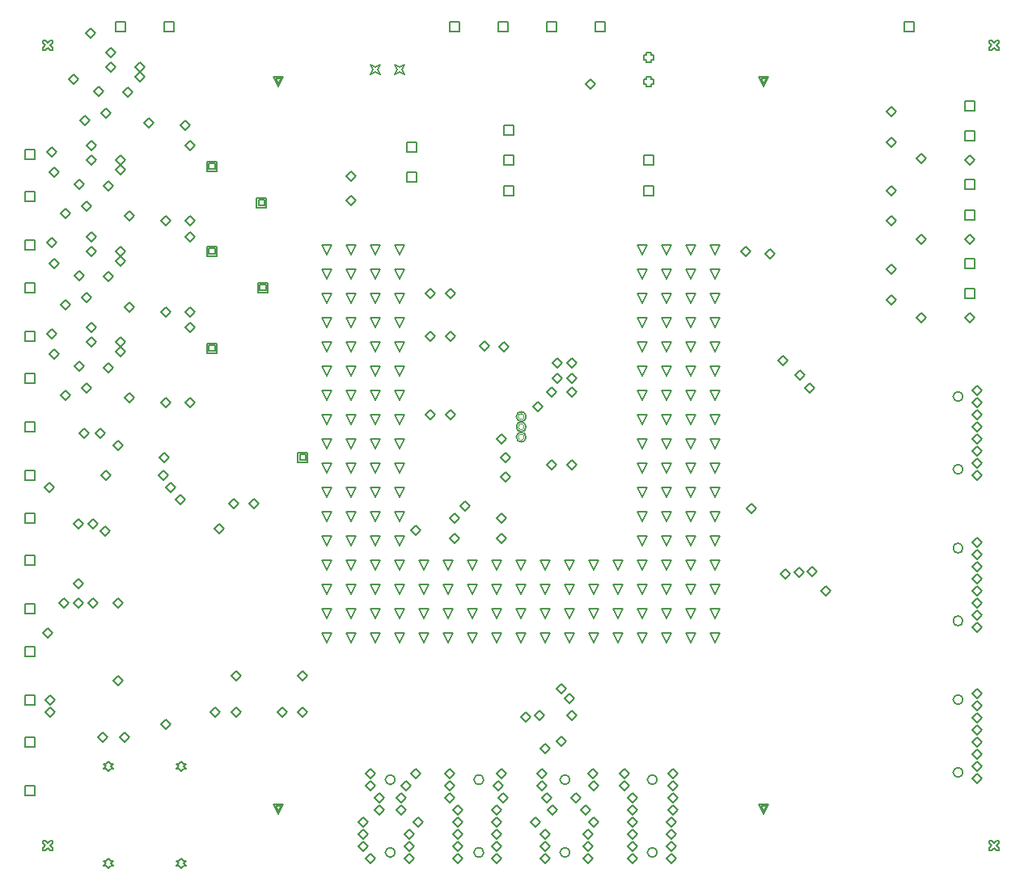
<source format=gbr>
%TF.GenerationSoftware,Altium Limited,Altium Designer,19.1.7 (138)*%
G04 Layer_Color=2752767*
%FSLAX26Y26*%
%MOIN*%
%TF.FileFunction,Drawing*%
%TF.Part,Single*%
G01*
G75*
%TA.AperFunction,NonConductor*%
%ADD94C,0.005000*%
%ADD95C,0.006667*%
%ADD96C,0.004000*%
D94*
X1055000Y2105000D02*
Y2145000D01*
X1095000D01*
Y2105000D01*
X1055000D01*
Y1930000D02*
Y1970000D01*
X1095000D01*
Y1930000D01*
X1055000D01*
Y2305000D02*
Y2345000D01*
X1095000D01*
Y2305000D01*
X1055000D01*
X4930000Y3530000D02*
Y3570000D01*
X4970000D01*
Y3530000D01*
X4930000D01*
X2300000Y1985000D02*
X2280000Y2025000D01*
X2320000D01*
X2300000Y1985000D01*
X2500000D02*
X2480000Y2025000D01*
X2520000D01*
X2500000Y1985000D01*
X2400000Y2085000D02*
X2380000Y2125000D01*
X2420000D01*
X2400000Y2085000D01*
Y1985000D02*
X2380000Y2025000D01*
X2420000D01*
X2400000Y1985000D01*
X2300000Y2085000D02*
X2280000Y2125000D01*
X2320000D01*
X2300000Y2085000D01*
Y2185000D02*
X2280000Y2225000D01*
X2320000D01*
X2300000Y2185000D01*
X2400000D02*
X2380000Y2225000D01*
X2420000D01*
X2400000Y2185000D01*
Y2285000D02*
X2380000Y2325000D01*
X2420000D01*
X2400000Y2285000D01*
X2500000D02*
X2480000Y2325000D01*
X2520000D01*
X2500000Y2285000D01*
X2300000Y2385000D02*
X2280000Y2425000D01*
X2320000D01*
X2300000Y2385000D01*
Y2485000D02*
X2280000Y2525000D01*
X2320000D01*
X2300000Y2485000D01*
Y2285000D02*
X2280000Y2325000D01*
X2320000D01*
X2300000Y2285000D01*
X2400000Y2485000D02*
X2380000Y2525000D01*
X2420000D01*
X2400000Y2485000D01*
Y2385000D02*
X2380000Y2425000D01*
X2420000D01*
X2400000Y2385000D01*
X2600000Y1985000D02*
X2580000Y2025000D01*
X2620000D01*
X2600000Y1985000D01*
Y2085000D02*
X2580000Y2125000D01*
X2620000D01*
X2600000Y2085000D01*
X2700000Y1985000D02*
X2680000Y2025000D01*
X2720000D01*
X2700000Y1985000D01*
X3000000D02*
X2980000Y2025000D01*
X3020000D01*
X3000000Y1985000D01*
X2800000D02*
X2780000Y2025000D01*
X2820000D01*
X2800000Y1985000D01*
X2900000D02*
X2880000Y2025000D01*
X2920000D01*
X2900000Y1985000D01*
X2500000Y2085000D02*
X2480000Y2125000D01*
X2520000D01*
X2500000Y2085000D01*
Y2185000D02*
X2480000Y2225000D01*
X2520000D01*
X2500000Y2185000D01*
X2700000Y2085000D02*
X2680000Y2125000D01*
X2720000D01*
X2700000Y2085000D01*
X2600000Y2185000D02*
X2580000Y2225000D01*
X2620000D01*
X2600000Y2185000D01*
X2700000D02*
X2680000Y2225000D01*
X2720000D01*
X2700000Y2185000D01*
X2500000Y2385000D02*
X2480000Y2425000D01*
X2520000D01*
X2500000Y2385000D01*
Y2485000D02*
X2480000Y2525000D01*
X2520000D01*
X2500000Y2485000D01*
X2600000Y2285000D02*
X2580000Y2325000D01*
X2620000D01*
X2600000Y2285000D01*
Y2485000D02*
X2580000Y2525000D01*
X2620000D01*
X2600000Y2485000D01*
Y2385000D02*
X2580000Y2425000D01*
X2620000D01*
X2600000Y2385000D01*
X2800000Y2085000D02*
X2780000Y2125000D01*
X2820000D01*
X2800000Y2085000D01*
Y2185000D02*
X2780000Y2225000D01*
X2820000D01*
X2800000Y2185000D01*
X2900000Y2085000D02*
X2880000Y2125000D01*
X2920000D01*
X2900000Y2085000D01*
Y2185000D02*
X2880000Y2225000D01*
X2920000D01*
X2900000Y2185000D01*
X3000000Y2085000D02*
X2980000Y2125000D01*
X3020000D01*
X3000000Y2085000D01*
X2800000Y2285000D02*
X2780000Y2325000D01*
X2820000D01*
X2800000Y2285000D01*
X2700000D02*
X2680000Y2325000D01*
X2720000D01*
X2700000Y2285000D01*
X3000000Y2185000D02*
X2980000Y2225000D01*
X3020000D01*
X3000000Y2185000D01*
X2900000Y2285000D02*
X2880000Y2325000D01*
X2920000D01*
X2900000Y2285000D01*
X3000000D02*
X2980000Y2325000D01*
X3020000D01*
X3000000Y2285000D01*
X2300000Y2585000D02*
X2280000Y2625000D01*
X2320000D01*
X2300000Y2585000D01*
Y2785000D02*
X2280000Y2825000D01*
X2320000D01*
X2300000Y2785000D01*
Y2685000D02*
X2280000Y2725000D01*
X2320000D01*
X2300000Y2685000D01*
Y2885000D02*
X2280000Y2925000D01*
X2320000D01*
X2300000Y2885000D01*
Y3085000D02*
X2280000Y3125000D01*
X2320000D01*
X2300000Y3085000D01*
Y2985000D02*
X2280000Y3025000D01*
X2320000D01*
X2300000Y2985000D01*
Y3485000D02*
X2280000Y3525000D01*
X2320000D01*
X2300000Y3485000D01*
Y3585000D02*
X2280000Y3625000D01*
X2320000D01*
X2300000Y3585000D01*
Y3185000D02*
X2280000Y3225000D01*
X2320000D01*
X2300000Y3185000D01*
Y3385000D02*
X2280000Y3425000D01*
X2320000D01*
X2300000Y3385000D01*
Y3285000D02*
X2280000Y3325000D01*
X2320000D01*
X2300000Y3285000D01*
X2400000Y2585000D02*
X2380000Y2625000D01*
X2420000D01*
X2400000Y2585000D01*
Y2685000D02*
X2380000Y2725000D01*
X2420000D01*
X2400000Y2685000D01*
X2500000Y2585000D02*
X2480000Y2625000D01*
X2520000D01*
X2500000Y2585000D01*
Y2685000D02*
X2480000Y2725000D01*
X2520000D01*
X2500000Y2685000D01*
X2400000Y2785000D02*
X2380000Y2825000D01*
X2420000D01*
X2400000Y2785000D01*
Y2885000D02*
X2380000Y2925000D01*
X2420000D01*
X2400000Y2885000D01*
X2500000Y2785000D02*
X2480000Y2825000D01*
X2520000D01*
X2500000Y2785000D01*
X2400000Y3085000D02*
X2380000Y3125000D01*
X2420000D01*
X2400000Y3085000D01*
Y2985000D02*
X2380000Y3025000D01*
X2420000D01*
X2400000Y2985000D01*
X2600000Y2685000D02*
X2580000Y2725000D01*
X2620000D01*
X2600000Y2685000D01*
X2500000Y2885000D02*
X2480000Y2925000D01*
X2520000D01*
X2500000Y2885000D01*
X2600000Y2585000D02*
X2580000Y2625000D01*
X2620000D01*
X2600000Y2585000D01*
Y2885000D02*
X2580000Y2925000D01*
X2620000D01*
X2600000Y2885000D01*
Y2785000D02*
X2580000Y2825000D01*
X2620000D01*
X2600000Y2785000D01*
X2500000Y2985000D02*
X2480000Y3025000D01*
X2520000D01*
X2500000Y2985000D01*
Y3085000D02*
X2480000Y3125000D01*
X2520000D01*
X2500000Y3085000D01*
X2600000Y2985000D02*
X2580000Y3025000D01*
X2620000D01*
X2600000Y2985000D01*
X2500000Y3185000D02*
X2480000Y3225000D01*
X2520000D01*
X2500000Y3185000D01*
X2600000Y3085000D02*
X2580000Y3125000D01*
X2620000D01*
X2600000Y3085000D01*
X2400000Y3285000D02*
X2380000Y3325000D01*
X2420000D01*
X2400000Y3285000D01*
Y3385000D02*
X2380000Y3425000D01*
X2420000D01*
X2400000Y3385000D01*
Y3185000D02*
X2380000Y3225000D01*
X2420000D01*
X2400000Y3185000D01*
X2500000Y3485000D02*
X2480000Y3525000D01*
X2520000D01*
X2500000Y3485000D01*
Y3285000D02*
X2480000Y3325000D01*
X2520000D01*
X2500000Y3285000D01*
X2400000Y3485000D02*
X2380000Y3525000D01*
X2420000D01*
X2400000Y3485000D01*
Y3585000D02*
X2380000Y3625000D01*
X2420000D01*
X2400000Y3585000D01*
X2500000D02*
X2480000Y3625000D01*
X2520000D01*
X2500000Y3585000D01*
X2600000Y3285000D02*
X2580000Y3325000D01*
X2620000D01*
X2600000Y3285000D01*
X2500000Y3385000D02*
X2480000Y3425000D01*
X2520000D01*
X2500000Y3385000D01*
X2600000Y3185000D02*
X2580000Y3225000D01*
X2620000D01*
X2600000Y3185000D01*
Y3485000D02*
X2580000Y3525000D01*
X2620000D01*
X2600000Y3485000D01*
Y3385000D02*
X2580000Y3425000D01*
X2620000D01*
X2600000Y3385000D01*
Y3585000D02*
X2580000Y3625000D01*
X2620000D01*
X2600000Y3585000D01*
X3200000Y1985000D02*
X3180000Y2025000D01*
X3220000D01*
X3200000Y1985000D01*
X3100000D02*
X3080000Y2025000D01*
X3120000D01*
X3100000Y1985000D01*
X3300000Y2085000D02*
X3280000Y2125000D01*
X3320000D01*
X3300000Y2085000D01*
Y1985000D02*
X3280000Y2025000D01*
X3320000D01*
X3300000Y1985000D01*
X3400000D02*
X3380000Y2025000D01*
X3420000D01*
X3400000Y1985000D01*
X3500000D02*
X3480000Y2025000D01*
X3520000D01*
X3500000Y1985000D01*
X3600000D02*
X3580000Y2025000D01*
X3620000D01*
X3600000Y1985000D01*
X3100000Y2085000D02*
X3080000Y2125000D01*
X3120000D01*
X3100000Y2085000D01*
Y2185000D02*
X3080000Y2225000D01*
X3120000D01*
X3100000Y2185000D01*
X3200000Y2085000D02*
X3180000Y2125000D01*
X3220000D01*
X3200000Y2085000D01*
Y2185000D02*
X3180000Y2225000D01*
X3220000D01*
X3200000Y2185000D01*
Y2285000D02*
X3180000Y2325000D01*
X3220000D01*
X3200000Y2285000D01*
X3100000D02*
X3080000Y2325000D01*
X3120000D01*
X3100000Y2285000D01*
X3300000Y2185000D02*
X3280000Y2225000D01*
X3320000D01*
X3300000Y2185000D01*
Y2285000D02*
X3280000Y2325000D01*
X3320000D01*
X3300000Y2285000D01*
X3400000D02*
X3380000Y2325000D01*
X3420000D01*
X3400000Y2285000D01*
Y2085000D02*
X3380000Y2125000D01*
X3420000D01*
X3400000Y2085000D01*
Y2185000D02*
X3380000Y2225000D01*
X3420000D01*
X3400000Y2185000D01*
X3500000Y2085000D02*
X3480000Y2125000D01*
X3520000D01*
X3500000Y2085000D01*
Y2185000D02*
X3480000Y2225000D01*
X3520000D01*
X3500000Y2185000D01*
X3600000Y2085000D02*
X3580000Y2125000D01*
X3620000D01*
X3600000Y2085000D01*
Y2285000D02*
X3580000Y2325000D01*
X3620000D01*
X3600000Y2285000D01*
X3500000D02*
X3480000Y2325000D01*
X3520000D01*
X3500000Y2285000D01*
X3600000Y2185000D02*
X3580000Y2225000D01*
X3620000D01*
X3600000Y2185000D01*
Y2485000D02*
X3580000Y2525000D01*
X3620000D01*
X3600000Y2485000D01*
Y2385000D02*
X3580000Y2425000D01*
X3620000D01*
X3600000Y2385000D01*
X3700000Y1985000D02*
X3680000Y2025000D01*
X3720000D01*
X3700000Y1985000D01*
Y2085000D02*
X3680000Y2125000D01*
X3720000D01*
X3700000Y2085000D01*
X3800000D02*
X3780000Y2125000D01*
X3820000D01*
X3800000Y2085000D01*
Y1985000D02*
X3780000Y2025000D01*
X3820000D01*
X3800000Y1985000D01*
X3900000D02*
X3880000Y2025000D01*
X3920000D01*
X3900000Y1985000D01*
X3700000Y2185000D02*
X3680000Y2225000D01*
X3720000D01*
X3700000Y2185000D01*
Y2285000D02*
X3680000Y2325000D01*
X3720000D01*
X3700000Y2285000D01*
X3800000Y2185000D02*
X3780000Y2225000D01*
X3820000D01*
X3800000Y2185000D01*
Y2285000D02*
X3780000Y2325000D01*
X3820000D01*
X3800000Y2285000D01*
X3900000Y2185000D02*
X3880000Y2225000D01*
X3920000D01*
X3900000Y2185000D01*
X3700000Y2385000D02*
X3680000Y2425000D01*
X3720000D01*
X3700000Y2385000D01*
Y2485000D02*
X3680000Y2525000D01*
X3720000D01*
X3700000Y2485000D01*
X3900000Y2285000D02*
X3880000Y2325000D01*
X3920000D01*
X3900000Y2285000D01*
X3800000Y2485000D02*
X3780000Y2525000D01*
X3820000D01*
X3800000Y2485000D01*
Y2385000D02*
X3780000Y2425000D01*
X3820000D01*
X3800000Y2385000D01*
X3900000Y2085000D02*
X3880000Y2125000D01*
X3920000D01*
X3900000Y2085000D01*
Y2385000D02*
X3880000Y2425000D01*
X3920000D01*
X3900000Y2385000D01*
X3600000Y2585000D02*
X3580000Y2625000D01*
X3620000D01*
X3600000Y2585000D01*
Y2685000D02*
X3580000Y2725000D01*
X3620000D01*
X3600000Y2685000D01*
X3700000D02*
X3680000Y2725000D01*
X3720000D01*
X3700000Y2685000D01*
Y2785000D02*
X3680000Y2825000D01*
X3720000D01*
X3700000Y2785000D01*
X3600000D02*
X3580000Y2825000D01*
X3620000D01*
X3600000Y2785000D01*
Y2885000D02*
X3580000Y2925000D01*
X3620000D01*
X3600000Y2885000D01*
X3700000D02*
X3680000Y2925000D01*
X3720000D01*
X3700000Y2885000D01*
X3600000Y3085000D02*
X3580000Y3125000D01*
X3620000D01*
X3600000Y3085000D01*
Y2985000D02*
X3580000Y3025000D01*
X3620000D01*
X3600000Y2985000D01*
X3800000Y2585000D02*
X3780000Y2625000D01*
X3820000D01*
X3800000Y2585000D01*
X3700000D02*
X3680000Y2625000D01*
X3720000D01*
X3700000Y2585000D01*
X3800000Y2685000D02*
X3780000Y2725000D01*
X3820000D01*
X3800000Y2685000D01*
Y2885000D02*
X3780000Y2925000D01*
X3820000D01*
X3800000Y2885000D01*
Y2785000D02*
X3780000Y2825000D01*
X3820000D01*
X3800000Y2785000D01*
X3700000Y2985000D02*
X3680000Y3025000D01*
X3720000D01*
X3700000Y2985000D01*
Y3085000D02*
X3680000Y3125000D01*
X3720000D01*
X3700000Y3085000D01*
X3800000Y2985000D02*
X3780000Y3025000D01*
X3820000D01*
X3800000Y2985000D01*
Y3185000D02*
X3780000Y3225000D01*
X3820000D01*
X3800000Y3185000D01*
Y3085000D02*
X3780000Y3125000D01*
X3820000D01*
X3800000Y3085000D01*
X3600000Y3185000D02*
X3580000Y3225000D01*
X3620000D01*
X3600000Y3185000D01*
Y3285000D02*
X3580000Y3325000D01*
X3620000D01*
X3600000Y3285000D01*
X3700000Y3385000D02*
X3680000Y3425000D01*
X3720000D01*
X3700000Y3385000D01*
X3600000D02*
X3580000Y3425000D01*
X3620000D01*
X3600000Y3385000D01*
Y3585000D02*
X3580000Y3625000D01*
X3620000D01*
X3600000Y3585000D01*
Y3485000D02*
X3580000Y3525000D01*
X3620000D01*
X3600000Y3485000D01*
X3700000Y3185000D02*
X3680000Y3225000D01*
X3720000D01*
X3700000Y3185000D01*
Y3285000D02*
X3680000Y3325000D01*
X3720000D01*
X3700000Y3285000D01*
X3800000D02*
X3780000Y3325000D01*
X3820000D01*
X3800000Y3285000D01*
X3700000Y3485000D02*
X3680000Y3525000D01*
X3720000D01*
X3700000Y3485000D01*
X3800000Y3385000D02*
X3780000Y3425000D01*
X3820000D01*
X3800000Y3385000D01*
X3700000Y3585000D02*
X3680000Y3625000D01*
X3720000D01*
X3700000Y3585000D01*
X3800000Y3485000D02*
X3780000Y3525000D01*
X3820000D01*
X3800000Y3485000D01*
Y3585000D02*
X3780000Y3625000D01*
X3820000D01*
X3800000Y3585000D01*
X3900000Y2485000D02*
X3880000Y2525000D01*
X3920000D01*
X3900000Y2485000D01*
Y2585000D02*
X3880000Y2625000D01*
X3920000D01*
X3900000Y2585000D01*
Y2685000D02*
X3880000Y2725000D01*
X3920000D01*
X3900000Y2685000D01*
Y2785000D02*
X3880000Y2825000D01*
X3920000D01*
X3900000Y2785000D01*
Y2985000D02*
X3880000Y3025000D01*
X3920000D01*
X3900000Y2985000D01*
Y2885000D02*
X3880000Y2925000D01*
X3920000D01*
X3900000Y2885000D01*
Y3085000D02*
X3880000Y3125000D01*
X3920000D01*
X3900000Y3085000D01*
Y3185000D02*
X3880000Y3225000D01*
X3920000D01*
X3900000Y3185000D01*
Y3385000D02*
X3880000Y3425000D01*
X3920000D01*
X3900000Y3385000D01*
Y3285000D02*
X3880000Y3325000D01*
X3920000D01*
X3900000Y3285000D01*
Y3485000D02*
X3880000Y3525000D01*
X3920000D01*
X3900000Y3485000D01*
Y3585000D02*
X3880000Y3625000D01*
X3920000D01*
X3900000Y3585000D01*
X1400000Y1455000D02*
X1410000Y1465000D01*
X1420000D01*
X1410000Y1475000D01*
X1420000Y1485000D01*
X1410000D01*
X1400000Y1495000D01*
X1390000Y1485000D01*
X1380000D01*
X1390000Y1475000D01*
X1380000Y1465000D01*
X1390000D01*
X1400000Y1455000D01*
Y1055000D02*
X1410000Y1065000D01*
X1420000D01*
X1410000Y1075000D01*
X1420000Y1085000D01*
X1410000D01*
X1400000Y1095000D01*
X1390000Y1085000D01*
X1380000D01*
X1390000Y1075000D01*
X1380000Y1065000D01*
X1390000D01*
X1400000Y1055000D01*
X1700000D02*
X1710000Y1065000D01*
X1720000D01*
X1710000Y1075000D01*
X1720000Y1085000D01*
X1710000D01*
X1700000Y1095000D01*
X1690000Y1085000D01*
X1680000D01*
X1690000Y1075000D01*
X1680000Y1065000D01*
X1690000D01*
X1700000Y1055000D01*
Y1455000D02*
X1710000Y1465000D01*
X1720000D01*
X1710000Y1475000D01*
X1720000Y1485000D01*
X1710000D01*
X1700000Y1495000D01*
X1690000Y1485000D01*
X1680000D01*
X1690000Y1475000D01*
X1680000Y1465000D01*
X1690000D01*
X1700000Y1455000D01*
X1055000Y3805000D02*
Y3845000D01*
X1095000D01*
Y3805000D01*
X1055000D01*
Y3980000D02*
Y4020000D01*
X1095000D01*
Y3980000D01*
X1055000D01*
Y3430000D02*
Y3470000D01*
X1095000D01*
Y3430000D01*
X1055000D01*
Y3605000D02*
Y3645000D01*
X1095000D01*
Y3605000D01*
X1055000D01*
Y3055000D02*
Y3095000D01*
X1095000D01*
Y3055000D01*
X1055000D01*
Y3230000D02*
Y3270000D01*
X1095000D01*
Y3230000D01*
X1055000D01*
X3405000Y4505000D02*
Y4545000D01*
X3445000D01*
Y4505000D01*
X3405000D01*
X2480000Y4330000D02*
X2490000Y4350000D01*
X2480000Y4370000D01*
X2500000Y4360000D01*
X2520000Y4370000D01*
X2510000Y4350000D01*
X2520000Y4330000D01*
X2500000Y4340000D01*
X2480000Y4330000D01*
X2580000D02*
X2590000Y4350000D01*
X2580000Y4370000D01*
X2600000Y4360000D01*
X2620000Y4370000D01*
X2610000Y4350000D01*
X2620000Y4330000D01*
X2600000Y4340000D01*
X2580000Y4330000D01*
X3615000Y4390000D02*
Y4380000D01*
X3635000D01*
Y4390000D01*
X3645000D01*
Y4410000D01*
X3635000D01*
Y4420000D01*
X3615000D01*
Y4410000D01*
X3605000D01*
Y4390000D01*
X3615000D01*
Y4290000D02*
Y4280000D01*
X3635000D01*
Y4290000D01*
X3645000D01*
Y4310000D01*
X3635000D01*
Y4320000D01*
X3615000D01*
Y4310000D01*
X3605000D01*
Y4290000D01*
X3615000D01*
X1055000Y2480000D02*
Y2520000D01*
X1095000D01*
Y2480000D01*
X1055000D01*
X1430000Y4505000D02*
Y4545000D01*
X1470000D01*
Y4505000D01*
X1430000D01*
X1055000Y1730000D02*
Y1770000D01*
X1095000D01*
Y1730000D01*
X1055000D01*
Y1355000D02*
Y1395000D01*
X1095000D01*
Y1355000D01*
X1055000D01*
Y1555000D02*
Y1595000D01*
X1095000D01*
Y1555000D01*
X1055000D01*
X4930000Y3730000D02*
Y3770000D01*
X4970000D01*
Y3730000D01*
X4930000D01*
Y3855000D02*
Y3895000D01*
X4970000D01*
Y3855000D01*
X4930000D01*
Y4055000D02*
Y4095000D01*
X4970000D01*
Y4055000D01*
X4930000D01*
Y4180000D02*
Y4220000D01*
X4970000D01*
Y4180000D01*
X4930000D01*
Y3405000D02*
Y3445000D01*
X4970000D01*
Y3405000D01*
X4930000D01*
X1055000Y2855000D02*
Y2895000D01*
X1095000D01*
Y2855000D01*
X1055000D01*
Y2655000D02*
Y2695000D01*
X1095000D01*
Y2655000D01*
X1055000D01*
X2805000Y4505000D02*
Y4545000D01*
X2845000D01*
Y4505000D01*
X2805000D01*
X3005000D02*
Y4545000D01*
X3045000D01*
Y4505000D01*
X3005000D01*
X3205000D02*
Y4545000D01*
X3245000D01*
Y4505000D01*
X3205000D01*
X1630000D02*
Y4545000D01*
X1670000D01*
Y4505000D01*
X1630000D01*
X4680000D02*
Y4545000D01*
X4720000D01*
Y4505000D01*
X4680000D01*
X3605000Y3955000D02*
Y3995000D01*
X3645000D01*
Y3955000D01*
X3605000D01*
Y3830000D02*
Y3870000D01*
X3645000D01*
Y3830000D01*
X3605000D01*
X3030000D02*
Y3870000D01*
X3070000D01*
Y3830000D01*
X3030000D01*
Y3955000D02*
Y3995000D01*
X3070000D01*
Y3955000D01*
X3030000D01*
Y4080000D02*
Y4120000D01*
X3070000D01*
Y4080000D01*
X3030000D01*
X2630000Y3884921D02*
Y3924921D01*
X2670000D01*
Y3884921D01*
X2630000D01*
Y4009921D02*
Y4049921D01*
X2670000D01*
Y4009921D01*
X2630000D01*
X1130000Y1130000D02*
X1140000D01*
X1150000Y1140000D01*
X1160000Y1130000D01*
X1170000D01*
Y1140000D01*
X1160000Y1150000D01*
X1170000Y1160000D01*
Y1170000D01*
X1160000D01*
X1150000Y1160000D01*
X1140000Y1170000D01*
X1130000D01*
Y1160000D01*
X1140000Y1150000D01*
X1130000Y1140000D01*
Y1130000D01*
Y4430000D02*
X1140000D01*
X1150000Y4440000D01*
X1160000Y4430000D01*
X1170000D01*
Y4440000D01*
X1160000Y4450000D01*
X1170000Y4460000D01*
Y4470000D01*
X1160000D01*
X1150000Y4460000D01*
X1140000Y4470000D01*
X1130000D01*
Y4460000D01*
X1140000Y4450000D01*
X1130000Y4440000D01*
Y4430000D01*
X5030000Y1130000D02*
X5040000D01*
X5050000Y1140000D01*
X5060000Y1130000D01*
X5070000D01*
Y1140000D01*
X5060000Y1150000D01*
X5070000Y1160000D01*
Y1170000D01*
X5060000D01*
X5050000Y1160000D01*
X5040000Y1170000D01*
X5030000D01*
Y1160000D01*
X5040000Y1150000D01*
X5030000Y1140000D01*
Y1130000D01*
Y4430000D02*
X5040000D01*
X5050000Y4440000D01*
X5060000Y4430000D01*
X5070000D01*
Y4440000D01*
X5060000Y4450000D01*
X5070000Y4460000D01*
Y4470000D01*
X5060000D01*
X5050000Y4460000D01*
X5040000Y4470000D01*
X5030000D01*
Y4460000D01*
X5040000Y4450000D01*
X5030000Y4440000D01*
Y4430000D01*
X1610000Y2750000D02*
X1630000Y2770000D01*
X1650000Y2750000D01*
X1630000Y2730000D01*
X1610000Y2750000D01*
X2930000Y3210000D02*
X2950000Y3230000D01*
X2970000Y3210000D01*
X2950000Y3190000D01*
X2930000Y3210000D01*
X1130000Y2025000D02*
X1150000Y2045000D01*
X1170000Y2025000D01*
X1150000Y2005000D01*
X1130000Y2025000D01*
X1370000Y2675000D02*
X1390000Y2695000D01*
X1410000Y2675000D01*
X1390000Y2655000D01*
X1370000Y2675000D01*
X1135000Y2625000D02*
X1155000Y2645000D01*
X1175000Y2625000D01*
X1155000Y2605000D01*
X1135000Y2625000D01*
X3378074Y1245574D02*
X3398074Y1265574D01*
X3418074Y1245574D01*
X3398074Y1225574D01*
X3378074Y1245574D01*
X3345000Y1295000D02*
X3365000Y1315000D01*
X3385000Y1295000D01*
X3365000Y1275000D01*
X3345000Y1295000D01*
X2460000Y1395000D02*
X2480000Y1415000D01*
X2500000Y1395000D01*
X2480000Y1375000D01*
X2460000Y1395000D01*
Y1445000D02*
X2480000Y1465000D01*
X2500000Y1445000D01*
X2480000Y1425000D01*
X2460000Y1445000D01*
X2645000D02*
X2665000Y1465000D01*
X2685000Y1445000D01*
X2665000Y1425000D01*
X2645000Y1445000D01*
X3505000Y1395000D02*
X3525000Y1415000D01*
X3545000Y1395000D01*
X3525000Y1375000D01*
X3505000Y1395000D01*
Y1445000D02*
X3525000Y1465000D01*
X3545000Y1445000D01*
X3525000Y1425000D01*
X3505000Y1445000D01*
X3185000Y1345000D02*
X3205000Y1365000D01*
X3225000Y1345000D01*
X3205000Y1325000D01*
X3185000Y1345000D01*
X3180000Y1550000D02*
X3200000Y1570000D01*
X3220000Y1550000D01*
X3200000Y1530000D01*
X3180000Y1550000D01*
X3165000Y1395000D02*
X3185000Y1415000D01*
X3205000Y1395000D01*
X3185000Y1375000D01*
X3165000Y1395000D01*
Y1445000D02*
X3185000Y1465000D01*
X3205000Y1445000D01*
X3185000Y1425000D01*
X3165000Y1445000D01*
X2460000Y1095000D02*
X2480000Y1115000D01*
X2500000Y1095000D01*
X2480000Y1075000D01*
X2460000Y1095000D01*
X2785000Y1345000D02*
X2805000Y1365000D01*
X2825000Y1345000D01*
X2805000Y1325000D01*
X2785000Y1345000D01*
Y1395000D02*
X2805000Y1415000D01*
X2825000Y1395000D01*
X2805000Y1375000D01*
X2785000Y1395000D01*
Y1445000D02*
X2805000Y1465000D01*
X2825000Y1445000D01*
X2805000Y1425000D01*
X2785000Y1445000D01*
X3180000Y1195000D02*
X3200000Y1215000D01*
X3220000Y1195000D01*
X3200000Y1175000D01*
X3180000Y1195000D01*
Y1145000D02*
X3200000Y1165000D01*
X3220000Y1145000D01*
X3200000Y1125000D01*
X3180000Y1145000D01*
Y1095000D02*
X3200000Y1115000D01*
X3220000Y1095000D01*
X3200000Y1075000D01*
X3180000Y1095000D01*
X4960118Y3025000D02*
X4980118Y3045000D01*
X5000118Y3025000D01*
X4980118Y3005000D01*
X4960118Y3025000D01*
Y2975000D02*
X4980118Y2995000D01*
X5000118Y2975000D01*
X4980118Y2955000D01*
X4960118Y2975000D01*
Y2925000D02*
X4980118Y2945000D01*
X5000118Y2925000D01*
X4980118Y2905000D01*
X4960118Y2925000D01*
Y2875000D02*
X4980118Y2895000D01*
X5000118Y2875000D01*
X4980118Y2855000D01*
X4960118Y2875000D01*
Y2825000D02*
X4980118Y2845000D01*
X5000118Y2825000D01*
X4980118Y2805000D01*
X4960118Y2825000D01*
Y2775000D02*
X4980118Y2795000D01*
X5000118Y2775000D01*
X4980118Y2755000D01*
X4960118Y2775000D01*
Y2725000D02*
X4980118Y2745000D01*
X5000118Y2725000D01*
X4980118Y2705000D01*
X4960118Y2725000D01*
Y2675000D02*
X4980118Y2695000D01*
X5000118Y2675000D01*
X4980118Y2655000D01*
X4960118Y2675000D01*
X1280000Y2850000D02*
X1300000Y2870000D01*
X1320000Y2850000D01*
X1300000Y2830000D01*
X1280000Y2850000D01*
X2180000Y2730000D02*
Y2770000D01*
X2220000D01*
Y2730000D01*
X2180000D01*
X2188000Y2738000D02*
Y2762000D01*
X2212000D01*
Y2738000D01*
X2188000D01*
X1445000Y1595000D02*
X1465000Y1615000D01*
X1485000Y1595000D01*
X1465000Y1575000D01*
X1445000Y1595000D01*
X1805000Y3930000D02*
Y3970000D01*
X1845000D01*
Y3930000D01*
X1805000D01*
X1813000Y3938000D02*
Y3962000D01*
X1837000D01*
Y3938000D01*
X1813000D01*
X1805000Y3580000D02*
Y3620000D01*
X1845000D01*
Y3580000D01*
X1805000D01*
X1813000Y3588000D02*
Y3612000D01*
X1837000D01*
Y3588000D01*
X1813000D01*
X1805000Y3180000D02*
Y3220000D01*
X1845000D01*
Y3180000D01*
X1805000D01*
X1813000Y3188000D02*
Y3212000D01*
X1837000D01*
Y3188000D01*
X1813000D01*
X2585118Y1295000D02*
X2605118Y1315000D01*
X2625118Y1295000D01*
X2605118Y1275000D01*
X2585118Y1295000D01*
X2430118Y1245000D02*
X2450118Y1265000D01*
X2470118Y1245000D01*
X2450118Y1225000D01*
X2430118Y1245000D01*
Y1195000D02*
X2450118Y1215000D01*
X2470118Y1195000D01*
X2450118Y1175000D01*
X2430118Y1195000D01*
X2495118Y1345000D02*
X2515118Y1365000D01*
X2535118Y1345000D01*
X2515118Y1325000D01*
X2495118Y1345000D01*
Y1295000D02*
X2515118Y1315000D01*
X2535118Y1295000D01*
X2515118Y1275000D01*
X2495118Y1295000D01*
X2585118Y1345000D02*
X2605118Y1365000D01*
X2625118Y1345000D01*
X2605118Y1325000D01*
X2585118Y1345000D01*
X2605118Y1395000D02*
X2625118Y1415000D01*
X2645118Y1395000D01*
X2625118Y1375000D01*
X2605118Y1395000D01*
X1305000Y4500000D02*
X1325000Y4520000D01*
X1345000Y4500000D01*
X1325000Y4480000D01*
X1305000Y4500000D01*
X1390000Y4420000D02*
X1410000Y4440000D01*
X1430000Y4420000D01*
X1410000Y4400000D01*
X1390000Y4420000D01*
X3290000Y3140000D02*
X3310000Y3160000D01*
X3330000Y3140000D01*
X3310000Y3120000D01*
X3290000Y3140000D01*
X3230000D02*
X3250000Y3160000D01*
X3270000Y3140000D01*
X3250000Y3120000D01*
X3230000Y3140000D01*
X3290000Y3075000D02*
X3310000Y3095000D01*
X3330000Y3075000D01*
X3310000Y3055000D01*
X3290000Y3075000D01*
X3230000D02*
X3250000Y3095000D01*
X3270000Y3075000D01*
X3250000Y3055000D01*
X3230000Y3075000D01*
X1835000Y2455000D02*
X1855000Y2475000D01*
X1875000Y2455000D01*
X1855000Y2435000D01*
X1835000Y2455000D01*
X1345000Y2850000D02*
X1365000Y2870000D01*
X1385000Y2850000D01*
X1365000Y2830000D01*
X1345000Y2850000D01*
X1675000Y2575000D02*
X1695000Y2595000D01*
X1715000Y2575000D01*
X1695000Y2555000D01*
X1675000Y2575000D01*
X1635000Y2625000D02*
X1655000Y2645000D01*
X1675000Y2625000D01*
X1655000Y2605000D01*
X1635000Y2625000D01*
X1605000Y2675000D02*
X1625000Y2695000D01*
X1645000Y2675000D01*
X1625000Y2655000D01*
X1605000Y2675000D01*
X1255000Y2230000D02*
X1275000Y2250000D01*
X1295000Y2230000D01*
X1275000Y2210000D01*
X1255000Y2230000D01*
X1365000Y2445000D02*
X1385000Y2465000D01*
X1405000Y2445000D01*
X1385000Y2425000D01*
X1365000Y2445000D01*
X2645000Y2450000D02*
X2665000Y2470000D01*
X2685000Y2450000D01*
X2665000Y2430000D01*
X2645000Y2450000D01*
X2850000Y2550000D02*
X2870000Y2570000D01*
X2890000Y2550000D01*
X2870000Y2530000D01*
X2850000Y2550000D01*
X1905000Y1850000D02*
X1925000Y1870000D01*
X1945000Y1850000D01*
X1925000Y1830000D01*
X1905000Y1850000D01*
X2180000D02*
X2200000Y1870000D01*
X2220000Y1850000D01*
X2200000Y1830000D01*
X2180000Y1850000D01*
X3150000Y2960000D02*
X3170000Y2980000D01*
X3190000Y2960000D01*
X3170000Y2940000D01*
X3150000Y2960000D01*
X3000000Y2825000D02*
X3020000Y2845000D01*
X3040000Y2825000D01*
X3020000Y2805000D01*
X3000000Y2825000D01*
Y2500000D02*
X3020000Y2520000D01*
X3040000Y2500000D01*
X3020000Y2480000D01*
X3000000Y2500000D01*
X2805000Y2415000D02*
X2825000Y2435000D01*
X2845000Y2415000D01*
X2825000Y2395000D01*
X2805000Y2415000D01*
X3000000Y2415000D02*
X3020000Y2435000D01*
X3040000Y2415000D01*
X3020000Y2395000D01*
X3000000Y2415000D01*
X2805000Y2500000D02*
X2825000Y2520000D01*
X2845000Y2500000D01*
X2825000Y2480000D01*
X2805000Y2500000D01*
X3365000Y4290000D02*
X3385000Y4310000D01*
X3405000Y4290000D01*
X3385000Y4270000D01*
X3365000Y4290000D01*
X2015000Y3430000D02*
Y3470000D01*
X2055000D01*
Y3430000D01*
X2015000D01*
X2023000Y3438000D02*
Y3462000D01*
X2047000D01*
Y3438000D01*
X2023000D01*
X2010000Y3780000D02*
Y3820000D01*
X2050000D01*
Y3780000D01*
X2010000D01*
X2018000Y3788000D02*
Y3812000D01*
X2042000D01*
Y3788000D01*
X2018000D01*
X1420000Y1830000D02*
X1440000Y1850000D01*
X1460000Y1830000D01*
X1440000Y1810000D01*
X1420000Y1830000D01*
X1140000Y1700000D02*
X1160000Y1720000D01*
X1180000Y1700000D01*
X1160000Y1680000D01*
X1140000Y1700000D01*
X1355000Y1595000D02*
X1375000Y1615000D01*
X1395000Y1595000D01*
X1375000Y1575000D01*
X1355000Y1595000D01*
X1140000Y1750000D02*
X1160000Y1770000D01*
X1180000Y1750000D01*
X1160000Y1730000D01*
X1140000Y1750000D01*
X1615000Y1650000D02*
X1635000Y1670000D01*
X1655000Y1650000D01*
X1635000Y1630000D01*
X1615000Y1650000D01*
X1315000Y2150000D02*
X1335000Y2170000D01*
X1355000Y2150000D01*
X1335000Y2130000D01*
X1315000Y2150000D01*
Y2475000D02*
X1335000Y2495000D01*
X1355000Y2475000D01*
X1335000Y2455000D01*
X1315000Y2475000D01*
X1255000Y2475000D02*
X1275000Y2495000D01*
X1295000Y2475000D01*
X1275000Y2455000D01*
X1255000Y2475000D01*
X1255000Y2150000D02*
X1275000Y2170000D01*
X1295000Y2150000D01*
X1275000Y2130000D01*
X1255000Y2150000D01*
X1420000D02*
X1440000Y2170000D01*
X1460000Y2150000D01*
X1440000Y2130000D01*
X1420000Y2150000D01*
X1195000D02*
X1215000Y2170000D01*
X1235000Y2150000D01*
X1215000Y2130000D01*
X1195000Y2150000D01*
X1420000Y2800000D02*
X1440000Y2820000D01*
X1460000Y2800000D01*
X1440000Y2780000D01*
X1420000Y2800000D01*
X3210000Y1295000D02*
X3230000Y1315000D01*
X3250000Y1295000D01*
X3230000Y1275000D01*
X3210000Y1295000D01*
X3140000Y1245000D02*
X3160000Y1265000D01*
X3180000Y1245000D01*
X3160000Y1225000D01*
X3140000Y1245000D01*
X3375000Y1445000D02*
X3395000Y1465000D01*
X3415000Y1445000D01*
X3395000Y1425000D01*
X3375000Y1445000D01*
X3380000Y1395000D02*
X3400000Y1415000D01*
X3420000Y1395000D01*
X3400000Y1375000D01*
X3380000Y1395000D01*
X3245000Y1580000D02*
X3265000Y1600000D01*
X3285000Y1580000D01*
X3265000Y1560000D01*
X3245000Y1580000D01*
X3305000Y1345000D02*
X3325000Y1365000D01*
X3345000Y1345000D01*
X3325000Y1325000D01*
X3305000Y1345000D01*
X3155000Y1685000D02*
X3175000Y1705000D01*
X3195000Y1685000D01*
X3175000Y1665000D01*
X3155000Y1685000D01*
X3100000Y1680000D02*
X3120000Y1700000D01*
X3140000Y1680000D01*
X3120000Y1660000D01*
X3100000Y1680000D01*
X3355000Y1195000D02*
X3375000Y1215000D01*
X3395000Y1195000D01*
X3375000Y1175000D01*
X3355000Y1195000D01*
X3290000Y1685000D02*
X3310000Y1705000D01*
X3330000Y1685000D01*
X3310000Y1665000D01*
X3290000Y1685000D01*
X3280000Y1755000D02*
X3300000Y1775000D01*
X3320000Y1755000D01*
X3300000Y1735000D01*
X3280000Y1755000D01*
X3245000Y1795000D02*
X3265000Y1815000D01*
X3285000Y1795000D01*
X3265000Y1775000D01*
X3245000Y1795000D01*
X3540000Y1345000D02*
X3560000Y1365000D01*
X3580000Y1345000D01*
X3560000Y1325000D01*
X3540000Y1345000D01*
Y1295000D02*
X3560000Y1315000D01*
X3580000Y1295000D01*
X3560000Y1275000D01*
X3540000Y1295000D01*
Y1245000D02*
X3560000Y1265000D01*
X3580000Y1245000D01*
X3560000Y1225000D01*
X3540000Y1245000D01*
Y1195000D02*
X3560000Y1215000D01*
X3580000Y1195000D01*
X3560000Y1175000D01*
X3540000Y1195000D01*
Y1095000D02*
X3560000Y1115000D01*
X3580000Y1095000D01*
X3560000Y1075000D01*
X3540000Y1095000D01*
Y1145000D02*
X3560000Y1165000D01*
X3580000Y1145000D01*
X3560000Y1125000D01*
X3540000Y1145000D01*
X3700000Y1095000D02*
X3720000Y1115000D01*
X3740000Y1095000D01*
X3720000Y1075000D01*
X3700000Y1095000D01*
Y1145000D02*
X3720000Y1165000D01*
X3740000Y1145000D01*
X3720000Y1125000D01*
X3700000Y1145000D01*
Y1195000D02*
X3720000Y1215000D01*
X3740000Y1195000D01*
X3720000Y1175000D01*
X3700000Y1195000D01*
Y1245000D02*
X3720000Y1265000D01*
X3740000Y1245000D01*
X3720000Y1225000D01*
X3700000Y1245000D01*
X3000000Y1445000D02*
X3020000Y1465000D01*
X3040000Y1445000D01*
X3020000Y1425000D01*
X3000000Y1445000D01*
X2980000Y1245000D02*
X3000000Y1265000D01*
X3020000Y1245000D01*
X3000000Y1225000D01*
X2980000Y1245000D01*
X3006731Y1346731D02*
X3026731Y1366731D01*
X3046731Y1346731D01*
X3026731Y1326731D01*
X3006731Y1346731D01*
X2985000Y1395000D02*
X3005000Y1415000D01*
X3025000Y1395000D01*
X3005000Y1375000D01*
X2985000Y1395000D01*
X2820000Y1095000D02*
X2840000Y1115000D01*
X2860000Y1095000D01*
X2840000Y1075000D01*
X2820000Y1095000D01*
Y1145000D02*
X2840000Y1165000D01*
X2860000Y1145000D01*
X2840000Y1125000D01*
X2820000Y1145000D01*
Y1195000D02*
X2840000Y1215000D01*
X2860000Y1195000D01*
X2840000Y1175000D01*
X2820000Y1195000D01*
Y1245000D02*
X2840000Y1265000D01*
X2860000Y1245000D01*
X2840000Y1225000D01*
X2820000Y1245000D01*
Y1295000D02*
X2840000Y1315000D01*
X2860000Y1295000D01*
X2840000Y1275000D01*
X2820000Y1295000D01*
X2620236Y1195000D02*
X2640236Y1215000D01*
X2660236Y1195000D01*
X2640236Y1175000D01*
X2620236Y1195000D01*
Y1145000D02*
X2640236Y1165000D01*
X2660236Y1145000D01*
X2640236Y1125000D01*
X2620236Y1145000D01*
Y1095000D02*
X2640236Y1115000D01*
X2660236Y1095000D01*
X2640236Y1075000D01*
X2620236Y1095000D01*
X3355000Y1095000D02*
X3375000Y1115000D01*
X3395000Y1095000D01*
X3375000Y1075000D01*
X3355000Y1095000D01*
Y1145000D02*
X3375000Y1165000D01*
X3395000Y1145000D01*
X3375000Y1125000D01*
X3355000Y1145000D01*
X2655118Y1245000D02*
X2675118Y1265000D01*
X2695118Y1245000D01*
X2675118Y1225000D01*
X2655118Y1245000D01*
X2430118Y1145000D02*
X2450118Y1165000D01*
X2470118Y1145000D01*
X2450118Y1125000D01*
X2430118Y1145000D01*
X1390000Y4360000D02*
X1410000Y4380000D01*
X1430000Y4360000D01*
X1410000Y4340000D01*
X1390000Y4360000D01*
X1310000Y4035000D02*
X1330000Y4055000D01*
X1350000Y4035000D01*
X1330000Y4015000D01*
X1310000Y4035000D01*
Y3975000D02*
X1330000Y3995000D01*
X1350000Y3975000D01*
X1330000Y3955000D01*
X1310000Y3975000D01*
Y3660000D02*
X1330000Y3680000D01*
X1350000Y3660000D01*
X1330000Y3640000D01*
X1310000Y3660000D01*
Y3600000D02*
X1330000Y3620000D01*
X1350000Y3600000D01*
X1330000Y3580000D01*
X1310000Y3600000D01*
X1615000Y2975000D02*
X1635000Y2995000D01*
X1655000Y2975000D01*
X1635000Y2955000D01*
X1615000Y2975000D01*
Y3725000D02*
X1635000Y3745000D01*
X1655000Y3725000D01*
X1635000Y3705000D01*
X1615000Y3725000D01*
Y3350000D02*
X1635000Y3370000D01*
X1655000Y3350000D01*
X1635000Y3330000D01*
X1615000Y3350000D01*
X4605000Y3525000D02*
X4625000Y3545000D01*
X4645000Y3525000D01*
X4625000Y3505000D01*
X4605000Y3525000D01*
Y4175000D02*
X4625000Y4195000D01*
X4645000Y4175000D01*
X4625000Y4155000D01*
X4605000Y4175000D01*
Y3850000D02*
X4625000Y3870000D01*
X4645000Y3850000D01*
X4625000Y3830000D01*
X4605000Y3850000D01*
Y4050000D02*
X4625000Y4070000D01*
X4645000Y4050000D01*
X4625000Y4030000D01*
X4605000Y4050000D01*
X4930000Y3325000D02*
X4950000Y3345000D01*
X4970000Y3325000D01*
X4950000Y3305000D01*
X4930000Y3325000D01*
Y3650000D02*
X4950000Y3670000D01*
X4970000Y3650000D01*
X4950000Y3630000D01*
X4930000Y3650000D01*
Y3975000D02*
X4950000Y3995000D01*
X4970000Y3975000D01*
X4950000Y3955000D01*
X4930000Y3975000D01*
X4730000Y3982087D02*
X4750000Y4002087D01*
X4770000Y3982087D01*
X4750000Y3962087D01*
X4730000Y3982087D01*
Y3650000D02*
X4750000Y3670000D01*
X4770000Y3650000D01*
X4750000Y3630000D01*
X4730000Y3650000D01*
X4605000Y3725000D02*
X4625000Y3745000D01*
X4645000Y3725000D01*
X4625000Y3705000D01*
X4605000Y3725000D01*
Y3400000D02*
X4625000Y3420000D01*
X4645000Y3400000D01*
X4625000Y3380000D01*
X4605000Y3400000D01*
X4730000Y3325000D02*
X4750000Y3345000D01*
X4770000Y3325000D01*
X4750000Y3305000D01*
X4730000Y3325000D01*
X4030000Y2540000D02*
X4050000Y2560000D01*
X4070000Y2540000D01*
X4050000Y2520000D01*
X4030000Y2540000D01*
X4160000Y3150000D02*
X4180000Y3170000D01*
X4200000Y3150000D01*
X4180000Y3130000D01*
X4160000Y3150000D01*
X4230000Y3090000D02*
X4250000Y3110000D01*
X4270000Y3090000D01*
X4250000Y3070000D01*
X4230000Y3090000D01*
X4270000Y3035000D02*
X4290000Y3055000D01*
X4310000Y3035000D01*
X4290000Y3015000D01*
X4270000Y3035000D01*
X4170000Y2270000D02*
X4190000Y2290000D01*
X4210000Y2270000D01*
X4190000Y2250000D01*
X4170000Y2270000D01*
X4225000Y2275000D02*
X4245000Y2295000D01*
X4265000Y2275000D01*
X4245000Y2255000D01*
X4225000Y2275000D01*
X4280000Y2280000D02*
X4300000Y2300000D01*
X4320000Y2280000D01*
X4300000Y2260000D01*
X4280000Y2280000D01*
X4335000Y2200000D02*
X4355000Y2220000D01*
X4375000Y2200000D01*
X4355000Y2180000D01*
X4335000Y2200000D01*
X1715000Y3660000D02*
X1735000Y3680000D01*
X1755000Y3660000D01*
X1735000Y3640000D01*
X1715000Y3660000D01*
X2380000Y3910000D02*
X2400000Y3930000D01*
X2420000Y3910000D01*
X2400000Y3890000D01*
X2380000Y3910000D01*
Y3810000D02*
X2400000Y3830000D01*
X2420000Y3810000D01*
X2400000Y3790000D01*
X2380000Y3810000D01*
X1145000Y4010000D02*
X1165000Y4030000D01*
X1185000Y4010000D01*
X1165000Y3990000D01*
X1145000Y4010000D01*
X1715000Y3725000D02*
X1735000Y3745000D01*
X1755000Y3725000D01*
X1735000Y3705000D01*
X1715000Y3725000D01*
Y4035000D02*
X1735000Y4055000D01*
X1755000Y4035000D01*
X1735000Y4015000D01*
X1715000Y4035000D01*
X1290000Y3785000D02*
X1310000Y3805000D01*
X1330000Y3785000D01*
X1310000Y3765000D01*
X1290000Y3785000D01*
X1380000Y3870000D02*
X1400000Y3890000D01*
X1420000Y3870000D01*
X1400000Y3850000D01*
X1380000Y3870000D01*
X1465000Y3745000D02*
X1485000Y3765000D01*
X1505000Y3745000D01*
X1485000Y3725000D01*
X1465000Y3745000D01*
X1430000Y3975000D02*
X1450000Y3995000D01*
X1470000Y3975000D01*
X1450000Y3955000D01*
X1430000Y3975000D01*
Y3935000D02*
X1450000Y3955000D01*
X1470000Y3935000D01*
X1450000Y3915000D01*
X1430000Y3935000D01*
X1260000Y3875000D02*
X1280000Y3895000D01*
X1300000Y3875000D01*
X1280000Y3855000D01*
X1260000Y3875000D01*
X1201968Y3755000D02*
X1221968Y3775000D01*
X1241968Y3755000D01*
X1221968Y3735000D01*
X1201968Y3755000D01*
X1155000Y3925000D02*
X1175000Y3945000D01*
X1195000Y3925000D01*
X1175000Y3905000D01*
X1155000Y3925000D01*
X1145000Y3635000D02*
X1165000Y3655000D01*
X1185000Y3635000D01*
X1165000Y3615000D01*
X1145000Y3635000D01*
X1715000Y3350000D02*
X1735000Y3370000D01*
X1755000Y3350000D01*
X1735000Y3330000D01*
X1715000Y3350000D01*
X1290000Y3410000D02*
X1310000Y3430000D01*
X1330000Y3410000D01*
X1310000Y3390000D01*
X1290000Y3410000D01*
X1380000Y3495000D02*
X1400000Y3515000D01*
X1420000Y3495000D01*
X1400000Y3475000D01*
X1380000Y3495000D01*
X1465000Y3370000D02*
X1485000Y3390000D01*
X1505000Y3370000D01*
X1485000Y3350000D01*
X1465000Y3370000D01*
X1430000Y3600000D02*
X1450000Y3620000D01*
X1470000Y3600000D01*
X1450000Y3580000D01*
X1430000Y3600000D01*
Y3560000D02*
X1450000Y3580000D01*
X1470000Y3560000D01*
X1450000Y3540000D01*
X1430000Y3560000D01*
X1260000Y3500000D02*
X1280000Y3520000D01*
X1300000Y3500000D01*
X1280000Y3480000D01*
X1260000Y3500000D01*
X1201968Y3380000D02*
X1221968Y3400000D01*
X1241968Y3380000D01*
X1221968Y3360000D01*
X1201968Y3380000D01*
X1155000Y3550000D02*
X1175000Y3570000D01*
X1195000Y3550000D01*
X1175000Y3530000D01*
X1155000Y3550000D01*
X1310000Y3285000D02*
X1330000Y3305000D01*
X1350000Y3285000D01*
X1330000Y3265000D01*
X1310000Y3285000D01*
Y3225000D02*
X1330000Y3245000D01*
X1350000Y3225000D01*
X1330000Y3205000D01*
X1310000Y3225000D01*
X1145000Y3260000D02*
X1165000Y3280000D01*
X1185000Y3260000D01*
X1165000Y3240000D01*
X1145000Y3260000D01*
X1715000Y2975000D02*
X1735000Y2995000D01*
X1755000Y2975000D01*
X1735000Y2955000D01*
X1715000Y2975000D01*
Y3285000D02*
X1735000Y3305000D01*
X1755000Y3285000D01*
X1735000Y3265000D01*
X1715000Y3285000D01*
X1290000Y3035000D02*
X1310000Y3055000D01*
X1330000Y3035000D01*
X1310000Y3015000D01*
X1290000Y3035000D01*
X1380000Y3120000D02*
X1400000Y3140000D01*
X1420000Y3120000D01*
X1400000Y3100000D01*
X1380000Y3120000D01*
X1465000Y2995000D02*
X1485000Y3015000D01*
X1505000Y2995000D01*
X1485000Y2975000D01*
X1465000Y2995000D01*
X1430000Y3225000D02*
X1450000Y3245000D01*
X1470000Y3225000D01*
X1450000Y3205000D01*
X1430000Y3225000D01*
Y3185000D02*
X1450000Y3205000D01*
X1470000Y3185000D01*
X1450000Y3165000D01*
X1430000Y3185000D01*
X1260000Y3125000D02*
X1280000Y3145000D01*
X1300000Y3125000D01*
X1280000Y3105000D01*
X1260000Y3125000D01*
X1201968Y3005000D02*
X1221968Y3025000D01*
X1241968Y3005000D01*
X1221968Y2985000D01*
X1201968Y3005000D01*
X1155000Y3175000D02*
X1175000Y3195000D01*
X1195000Y3175000D01*
X1175000Y3155000D01*
X1155000Y3175000D01*
X1235000Y4310000D02*
X1255000Y4330000D01*
X1275000Y4310000D01*
X1255000Y4290000D01*
X1235000Y4310000D01*
X1281968Y4140000D02*
X1301968Y4160000D01*
X1321968Y4140000D01*
X1301968Y4120000D01*
X1281968Y4140000D01*
X1340000Y4260000D02*
X1360000Y4280000D01*
X1380000Y4260000D01*
X1360000Y4240000D01*
X1340000Y4260000D01*
X1370000Y4170000D02*
X1390000Y4190000D01*
X1410000Y4170000D01*
X1390000Y4150000D01*
X1370000Y4170000D01*
X2980000Y1295000D02*
X3000000Y1315000D01*
X3020000Y1295000D01*
X3000000Y1275000D01*
X2980000Y1295000D01*
Y1195000D02*
X3000000Y1215000D01*
X3020000Y1195000D01*
X3000000Y1175000D01*
X2980000Y1195000D01*
Y1145000D02*
X3000000Y1165000D01*
X3020000Y1145000D01*
X3000000Y1125000D01*
X2980000Y1145000D01*
Y1095000D02*
X3000000Y1115000D01*
X3020000Y1095000D01*
X3000000Y1075000D01*
X2980000Y1095000D01*
X3705000Y1295000D02*
X3725000Y1315000D01*
X3745000Y1295000D01*
X3725000Y1275000D01*
X3705000Y1295000D01*
Y1345000D02*
X3725000Y1365000D01*
X3745000Y1345000D01*
X3725000Y1325000D01*
X3705000Y1345000D01*
Y1395000D02*
X3725000Y1415000D01*
X3745000Y1395000D01*
X3725000Y1375000D01*
X3705000Y1395000D01*
Y1445000D02*
X3725000Y1465000D01*
X3745000Y1445000D01*
X3725000Y1425000D01*
X3705000Y1445000D01*
X1460000Y4255000D02*
X1480000Y4275000D01*
X1500000Y4255000D01*
X1480000Y4235000D01*
X1460000Y4255000D01*
X1695000Y4120000D02*
X1715000Y4140000D01*
X1735000Y4120000D01*
X1715000Y4100000D01*
X1695000Y4120000D01*
X4960118Y2400000D02*
X4980118Y2420000D01*
X5000118Y2400000D01*
X4980118Y2380000D01*
X4960118Y2400000D01*
X3205000Y3020000D02*
X3225000Y3040000D01*
X3245000Y3020000D01*
X3225000Y3000000D01*
X3205000Y3020000D01*
X4100000Y4280000D02*
X4080000Y4320000D01*
X4120000D01*
X4100000Y4280000D01*
Y4288000D02*
X4088000Y4312000D01*
X4112000D01*
X4100000Y4288000D01*
X4105000Y3590000D02*
X4125000Y3610000D01*
X4145000Y3590000D01*
X4125000Y3570000D01*
X4105000Y3590000D01*
X4005000Y3600000D02*
X4025000Y3620000D01*
X4045000Y3600000D01*
X4025000Y3580000D01*
X4005000Y3600000D01*
X4100000Y1280000D02*
X4080000Y1320000D01*
X4120000D01*
X4100000Y1280000D01*
Y1288000D02*
X4088000Y1312000D01*
X4112000D01*
X4100000Y1288000D01*
X1905000Y1700000D02*
X1925000Y1720000D01*
X1945000Y1700000D01*
X1925000Y1680000D01*
X1905000Y1700000D01*
X1820000D02*
X1840000Y1720000D01*
X1860000Y1700000D01*
X1840000Y1680000D01*
X1820000Y1700000D01*
X4960000Y2099882D02*
X4980000Y2119882D01*
X5000000Y2099882D01*
X4980000Y2079882D01*
X4960000Y2099882D01*
Y2349882D02*
X4980000Y2369882D01*
X5000000Y2349882D01*
X4980000Y2329882D01*
X4960000Y2349882D01*
Y2299882D02*
X4980000Y2319882D01*
X5000000Y2299882D01*
X4980000Y2279882D01*
X4960000Y2299882D01*
Y2199882D02*
X4980000Y2219882D01*
X5000000Y2199882D01*
X4980000Y2179882D01*
X4960000Y2199882D01*
Y2249882D02*
X4980000Y2269882D01*
X5000000Y2249882D01*
X4980000Y2229882D01*
X4960000Y2249882D01*
Y2149882D02*
X4980000Y2169882D01*
X5000000Y2149882D01*
X4980000Y2129882D01*
X4960000Y2149882D01*
Y2049882D02*
X4980000Y2069882D01*
X5000000Y2049882D01*
X4980000Y2029882D01*
X4960000Y2049882D01*
X2790000Y2925000D02*
X2810000Y2945000D01*
X2830000Y2925000D01*
X2810000Y2905000D01*
X2790000Y2925000D01*
X2705000D02*
X2725000Y2945000D01*
X2745000Y2925000D01*
X2725000Y2905000D01*
X2705000Y2925000D01*
X1545000Y4130000D02*
X1565000Y4150000D01*
X1585000Y4130000D01*
X1565000Y4110000D01*
X1545000Y4130000D01*
X1510000Y4360000D02*
X1530000Y4380000D01*
X1550000Y4360000D01*
X1530000Y4340000D01*
X1510000Y4360000D01*
Y4320000D02*
X1530000Y4340000D01*
X1550000Y4320000D01*
X1530000Y4300000D01*
X1510000Y4320000D01*
X2790000Y3250000D02*
X2810000Y3270000D01*
X2830000Y3250000D01*
X2810000Y3230000D01*
X2790000Y3250000D01*
X2705000D02*
X2725000Y3270000D01*
X2745000Y3250000D01*
X2725000Y3230000D01*
X2705000Y3250000D01*
X2790000Y3425000D02*
X2810000Y3445000D01*
X2830000Y3425000D01*
X2810000Y3405000D01*
X2790000Y3425000D01*
X2705000D02*
X2725000Y3445000D01*
X2745000Y3425000D01*
X2725000Y3405000D01*
X2705000Y3425000D01*
X2095000Y1700000D02*
X2115000Y1720000D01*
X2135000Y1700000D01*
X2115000Y1680000D01*
X2095000Y1700000D01*
X2180000D02*
X2200000Y1720000D01*
X2220000Y1700000D01*
X2200000Y1680000D01*
X2180000Y1700000D01*
X3015000Y2750000D02*
X3035000Y2770000D01*
X3055000Y2750000D01*
X3035000Y2730000D01*
X3015000Y2750000D01*
Y2670000D02*
X3035000Y2690000D01*
X3055000Y2670000D01*
X3035000Y2650000D01*
X3015000Y2670000D01*
X3010000Y3205000D02*
X3030000Y3225000D01*
X3050000Y3205000D01*
X3030000Y3185000D01*
X3010000Y3205000D01*
X3290000Y3020000D02*
X3310000Y3040000D01*
X3330000Y3020000D01*
X3310000Y3000000D01*
X3290000Y3020000D01*
X3205000Y2720000D02*
X3225000Y2740000D01*
X3245000Y2720000D01*
X3225000Y2700000D01*
X3205000Y2720000D01*
X3290000D02*
X3310000Y2740000D01*
X3330000Y2720000D01*
X3310000Y2700000D01*
X3290000Y2720000D01*
X4960000Y1774882D02*
X4980000Y1794882D01*
X5000000Y1774882D01*
X4980000Y1754882D01*
X4960000Y1774882D01*
Y1724882D02*
X4980000Y1744882D01*
X5000000Y1724882D01*
X4980000Y1704882D01*
X4960000Y1724882D01*
Y1674882D02*
X4980000Y1694882D01*
X5000000Y1674882D01*
X4980000Y1654882D01*
X4960000Y1674882D01*
Y1624882D02*
X4980000Y1644882D01*
X5000000Y1624882D01*
X4980000Y1604882D01*
X4960000Y1624882D01*
Y1574882D02*
X4980000Y1594882D01*
X5000000Y1574882D01*
X4980000Y1554882D01*
X4960000Y1574882D01*
Y1524882D02*
X4980000Y1544882D01*
X5000000Y1524882D01*
X4980000Y1504882D01*
X4960000Y1524882D01*
Y1474882D02*
X4980000Y1494882D01*
X5000000Y1474882D01*
X4980000Y1454882D01*
X4960000Y1474882D01*
Y1424882D02*
X4980000Y1444882D01*
X5000000Y1424882D01*
X4980000Y1404882D01*
X4960000Y1424882D01*
X2100000Y1280000D02*
X2080000Y1320000D01*
X2120000D01*
X2100000Y1280000D01*
Y1288000D02*
X2088000Y1312000D01*
X2112000D01*
X2100000Y1288000D01*
X1895000Y2560000D02*
X1915000Y2580000D01*
X1935000Y2560000D01*
X1915000Y2540000D01*
X1895000Y2560000D01*
X2100000Y4280000D02*
X2080000Y4320000D01*
X2120000D01*
X2100000Y4280000D01*
Y4288000D02*
X2088000Y4312000D01*
X2112000D01*
X2100000Y4288000D01*
X1980000Y2560000D02*
X2000000Y2580000D01*
X2020000Y2560000D01*
X2000000Y2540000D01*
X1980000Y2560000D01*
D95*
X3300000Y1420000D02*
G03*
X3300000Y1420000I-20000J0D01*
G01*
Y1120000D02*
G03*
X3300000Y1120000I-20000J0D01*
G01*
X2580118Y1420000D02*
G03*
X2580118Y1420000I-20000J0D01*
G01*
Y1120000D02*
G03*
X2580118Y1120000I-20000J0D01*
G01*
X2945000Y1420000D02*
G03*
X2945000Y1420000I-20000J0D01*
G01*
Y1120000D02*
G03*
X2945000Y1120000I-20000J0D01*
G01*
X3660000Y1420000D02*
G03*
X3660000Y1420000I-20000J0D01*
G01*
Y1120000D02*
G03*
X3660000Y1120000I-20000J0D01*
G01*
X4920000Y2075000D02*
G03*
X4920000Y2075000I-20000J0D01*
G01*
Y2375000D02*
G03*
X4920000Y2375000I-20000J0D01*
G01*
Y1450000D02*
G03*
X4920000Y1450000I-20000J0D01*
G01*
Y1750000D02*
G03*
X4920000Y1750000I-20000J0D01*
G01*
X4920000Y3000000D02*
G03*
X4920000Y3000000I-20000J0D01*
G01*
Y2700000D02*
G03*
X4920000Y2700000I-20000J0D01*
G01*
X3120000Y2832677D02*
G03*
X3120000Y2832677I-20000J0D01*
G01*
Y2875000D02*
G03*
X3120000Y2875000I-20000J0D01*
G01*
Y2917323D02*
G03*
X3120000Y2917323I-20000J0D01*
G01*
D96*
X3112000Y2832677D02*
G03*
X3112000Y2832677I-12000J0D01*
G01*
Y2875000D02*
G03*
X3112000Y2875000I-12000J0D01*
G01*
Y2917323D02*
G03*
X3112000Y2917323I-12000J0D01*
G01*
%TF.MD5,fa8d281814b9f170cb3b22506eb675d4*%
M02*

</source>
